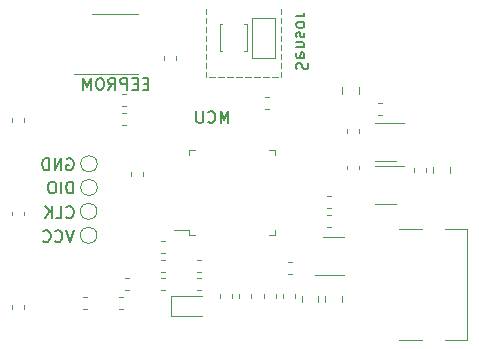
<source format=gbr>
G04 #@! TF.GenerationSoftware,KiCad,Pcbnew,(5.1.5)-2*
G04 #@! TF.CreationDate,2020-06-18T10:42:50+08:00*
G04 #@! TF.ProjectId,EVMeter_V2.0,45564d65-7465-4725-9f56-322e302e6b69,rev?*
G04 #@! TF.SameCoordinates,Original*
G04 #@! TF.FileFunction,Legend,Bot*
G04 #@! TF.FilePolarity,Positive*
%FSLAX46Y46*%
G04 Gerber Fmt 4.6, Leading zero omitted, Abs format (unit mm)*
G04 Created by KiCad (PCBNEW (5.1.5)-2) date 2020-06-18 10:42:50*
%MOMM*%
%LPD*%
G04 APERTURE LIST*
%ADD10C,0.150000*%
%ADD11C,0.120000*%
G04 APERTURE END LIST*
D10*
X129690642Y-69921380D02*
X129690642Y-68921380D01*
X129357309Y-69635666D01*
X129023976Y-68921380D01*
X129023976Y-69921380D01*
X127976357Y-69826142D02*
X128023976Y-69873761D01*
X128166833Y-69921380D01*
X128262071Y-69921380D01*
X128404928Y-69873761D01*
X128500166Y-69778523D01*
X128547785Y-69683285D01*
X128595404Y-69492809D01*
X128595404Y-69349952D01*
X128547785Y-69159476D01*
X128500166Y-69064238D01*
X128404928Y-68969000D01*
X128262071Y-68921380D01*
X128166833Y-68921380D01*
X128023976Y-68969000D01*
X127976357Y-69016619D01*
X127547785Y-68921380D02*
X127547785Y-69730904D01*
X127500166Y-69826142D01*
X127452547Y-69873761D01*
X127357309Y-69921380D01*
X127166833Y-69921380D01*
X127071595Y-69873761D01*
X127023976Y-69826142D01*
X126976357Y-69730904D01*
X126976357Y-68921380D01*
X122903904Y-66603571D02*
X122570571Y-66603571D01*
X122427714Y-67127380D02*
X122903904Y-67127380D01*
X122903904Y-66127380D01*
X122427714Y-66127380D01*
X121999142Y-66603571D02*
X121665809Y-66603571D01*
X121522952Y-67127380D02*
X121999142Y-67127380D01*
X121999142Y-66127380D01*
X121522952Y-66127380D01*
X121094380Y-67127380D02*
X121094380Y-66127380D01*
X120713428Y-66127380D01*
X120618190Y-66175000D01*
X120570571Y-66222619D01*
X120522952Y-66317857D01*
X120522952Y-66460714D01*
X120570571Y-66555952D01*
X120618190Y-66603571D01*
X120713428Y-66651190D01*
X121094380Y-66651190D01*
X119522952Y-67127380D02*
X119856285Y-66651190D01*
X120094380Y-67127380D02*
X120094380Y-66127380D01*
X119713428Y-66127380D01*
X119618190Y-66175000D01*
X119570571Y-66222619D01*
X119522952Y-66317857D01*
X119522952Y-66460714D01*
X119570571Y-66555952D01*
X119618190Y-66603571D01*
X119713428Y-66651190D01*
X120094380Y-66651190D01*
X118903904Y-66127380D02*
X118713428Y-66127380D01*
X118618190Y-66175000D01*
X118522952Y-66270238D01*
X118475333Y-66460714D01*
X118475333Y-66794047D01*
X118522952Y-66984523D01*
X118618190Y-67079761D01*
X118713428Y-67127380D01*
X118903904Y-67127380D01*
X118999142Y-67079761D01*
X119094380Y-66984523D01*
X119142000Y-66794047D01*
X119142000Y-66460714D01*
X119094380Y-66270238D01*
X118999142Y-66175000D01*
X118903904Y-66127380D01*
X118046761Y-67127380D02*
X118046761Y-66127380D01*
X117713428Y-66841666D01*
X117380095Y-66127380D01*
X117380095Y-67127380D01*
X116585833Y-79017880D02*
X116252500Y-80017880D01*
X115919166Y-79017880D01*
X115014404Y-79922642D02*
X115062023Y-79970261D01*
X115204880Y-80017880D01*
X115300119Y-80017880D01*
X115442976Y-79970261D01*
X115538214Y-79875023D01*
X115585833Y-79779785D01*
X115633452Y-79589309D01*
X115633452Y-79446452D01*
X115585833Y-79255976D01*
X115538214Y-79160738D01*
X115442976Y-79065500D01*
X115300119Y-79017880D01*
X115204880Y-79017880D01*
X115062023Y-79065500D01*
X115014404Y-79113119D01*
X114014404Y-79922642D02*
X114062023Y-79970261D01*
X114204880Y-80017880D01*
X114300119Y-80017880D01*
X114442976Y-79970261D01*
X114538214Y-79875023D01*
X114585833Y-79779785D01*
X114633452Y-79589309D01*
X114633452Y-79446452D01*
X114585833Y-79255976D01*
X114538214Y-79160738D01*
X114442976Y-79065500D01*
X114300119Y-79017880D01*
X114204880Y-79017880D01*
X114062023Y-79065500D01*
X114014404Y-79113119D01*
X115974738Y-77890642D02*
X116022357Y-77938261D01*
X116165214Y-77985880D01*
X116260452Y-77985880D01*
X116403309Y-77938261D01*
X116498547Y-77843023D01*
X116546166Y-77747785D01*
X116593785Y-77557309D01*
X116593785Y-77414452D01*
X116546166Y-77223976D01*
X116498547Y-77128738D01*
X116403309Y-77033500D01*
X116260452Y-76985880D01*
X116165214Y-76985880D01*
X116022357Y-77033500D01*
X115974738Y-77081119D01*
X115069976Y-77985880D02*
X115546166Y-77985880D01*
X115546166Y-76985880D01*
X114736642Y-77985880D02*
X114736642Y-76985880D01*
X114165214Y-77985880D02*
X114593785Y-77414452D01*
X114165214Y-76985880D02*
X114736642Y-77557309D01*
X116530309Y-75890380D02*
X116530309Y-74890380D01*
X116292214Y-74890380D01*
X116149357Y-74938000D01*
X116054119Y-75033238D01*
X116006500Y-75128476D01*
X115958880Y-75318952D01*
X115958880Y-75461809D01*
X116006500Y-75652285D01*
X116054119Y-75747523D01*
X116149357Y-75842761D01*
X116292214Y-75890380D01*
X116530309Y-75890380D01*
X115530309Y-75890380D02*
X115530309Y-74890380D01*
X114863642Y-74890380D02*
X114673166Y-74890380D01*
X114577928Y-74938000D01*
X114482690Y-75033238D01*
X114435071Y-75223714D01*
X114435071Y-75557047D01*
X114482690Y-75747523D01*
X114577928Y-75842761D01*
X114673166Y-75890380D01*
X114863642Y-75890380D01*
X114958880Y-75842761D01*
X115054119Y-75747523D01*
X115101738Y-75557047D01*
X115101738Y-75223714D01*
X115054119Y-75033238D01*
X114958880Y-74938000D01*
X114863642Y-74890380D01*
X116014404Y-72969500D02*
X116109642Y-72921880D01*
X116252500Y-72921880D01*
X116395357Y-72969500D01*
X116490595Y-73064738D01*
X116538214Y-73159976D01*
X116585833Y-73350452D01*
X116585833Y-73493309D01*
X116538214Y-73683785D01*
X116490595Y-73779023D01*
X116395357Y-73874261D01*
X116252500Y-73921880D01*
X116157261Y-73921880D01*
X116014404Y-73874261D01*
X115966785Y-73826642D01*
X115966785Y-73493309D01*
X116157261Y-73493309D01*
X115538214Y-73921880D02*
X115538214Y-72921880D01*
X114966785Y-73921880D01*
X114966785Y-72921880D01*
X114490595Y-73921880D02*
X114490595Y-72921880D01*
X114252500Y-72921880D01*
X114109642Y-72969500D01*
X114014404Y-73064738D01*
X113966785Y-73159976D01*
X113919166Y-73350452D01*
X113919166Y-73493309D01*
X113966785Y-73683785D01*
X114014404Y-73779023D01*
X114109642Y-73874261D01*
X114252500Y-73921880D01*
X114490595Y-73921880D01*
X135485238Y-65388833D02*
X135437619Y-65245976D01*
X135437619Y-65007880D01*
X135485238Y-64912642D01*
X135532857Y-64865023D01*
X135628095Y-64817404D01*
X135723333Y-64817404D01*
X135818571Y-64865023D01*
X135866190Y-64912642D01*
X135913809Y-65007880D01*
X135961428Y-65198357D01*
X136009047Y-65293595D01*
X136056666Y-65341214D01*
X136151904Y-65388833D01*
X136247142Y-65388833D01*
X136342380Y-65341214D01*
X136390000Y-65293595D01*
X136437619Y-65198357D01*
X136437619Y-64960261D01*
X136390000Y-64817404D01*
X135485238Y-64007880D02*
X135437619Y-64103119D01*
X135437619Y-64293595D01*
X135485238Y-64388833D01*
X135580476Y-64436452D01*
X135961428Y-64436452D01*
X136056666Y-64388833D01*
X136104285Y-64293595D01*
X136104285Y-64103119D01*
X136056666Y-64007880D01*
X135961428Y-63960261D01*
X135866190Y-63960261D01*
X135770952Y-64436452D01*
X136104285Y-63531690D02*
X135437619Y-63531690D01*
X136009047Y-63531690D02*
X136056666Y-63484071D01*
X136104285Y-63388833D01*
X136104285Y-63245976D01*
X136056666Y-63150738D01*
X135961428Y-63103119D01*
X135437619Y-63103119D01*
X135485238Y-62674547D02*
X135437619Y-62579309D01*
X135437619Y-62388833D01*
X135485238Y-62293595D01*
X135580476Y-62245976D01*
X135628095Y-62245976D01*
X135723333Y-62293595D01*
X135770952Y-62388833D01*
X135770952Y-62531690D01*
X135818571Y-62626928D01*
X135913809Y-62674547D01*
X135961428Y-62674547D01*
X136056666Y-62626928D01*
X136104285Y-62531690D01*
X136104285Y-62388833D01*
X136056666Y-62293595D01*
X135437619Y-61674547D02*
X135485238Y-61769785D01*
X135532857Y-61817404D01*
X135628095Y-61865023D01*
X135913809Y-61865023D01*
X136009047Y-61817404D01*
X136056666Y-61769785D01*
X136104285Y-61674547D01*
X136104285Y-61531690D01*
X136056666Y-61436452D01*
X136009047Y-61388833D01*
X135913809Y-61341214D01*
X135628095Y-61341214D01*
X135532857Y-61388833D01*
X135485238Y-61436452D01*
X135437619Y-61531690D01*
X135437619Y-61674547D01*
X135437619Y-60912642D02*
X136104285Y-60912642D01*
X135913809Y-60912642D02*
X136009047Y-60865023D01*
X136056666Y-60817404D01*
X136104285Y-60722166D01*
X136104285Y-60626928D01*
D11*
X127762000Y-60706000D02*
X127762000Y-60261500D01*
X127762000Y-61468000D02*
X127762000Y-61023500D01*
X127762000Y-62230000D02*
X127762000Y-61785500D01*
X127762000Y-62992000D02*
X127762000Y-62547500D01*
X127762000Y-63754000D02*
X127762000Y-63309500D01*
X127762000Y-64516000D02*
X127762000Y-64071500D01*
X127762000Y-65278000D02*
X127762000Y-64833500D01*
X127762000Y-66040000D02*
X127762000Y-65595500D01*
X128079500Y-66040000D02*
X128524000Y-66040000D01*
X128841500Y-66040000D02*
X129286000Y-66040000D01*
X129603500Y-66040000D02*
X130048000Y-66040000D01*
X130365500Y-66040000D02*
X130810000Y-66040000D01*
X131127500Y-66040000D02*
X131572000Y-66040000D01*
X131889500Y-66040000D02*
X132334000Y-66040000D01*
X132651500Y-66040000D02*
X133096000Y-66040000D01*
X133413500Y-66040000D02*
X133858000Y-66040000D01*
X134175500Y-66040000D02*
X134175500Y-65595500D01*
X134175500Y-64833500D02*
X134175500Y-65278000D01*
X134175500Y-64071500D02*
X134175500Y-64516000D01*
X134175500Y-63309500D02*
X134175500Y-63754000D01*
X134175500Y-62547500D02*
X134175500Y-62992000D01*
X134175500Y-61785500D02*
X134175500Y-62230000D01*
X134175500Y-61023500D02*
X134175500Y-61468000D01*
X134175500Y-60261500D02*
X134175500Y-60706000D01*
X139457000Y-82763000D02*
X137007000Y-82763000D01*
X137657000Y-79543000D02*
X139457000Y-79543000D01*
X118584000Y-73381000D02*
G75*
G03X118584000Y-73381000I-700000J0D01*
G01*
X118584000Y-75381000D02*
G75*
G03X118584000Y-75381000I-700000J0D01*
G01*
X118556000Y-77406500D02*
G75*
G03X118556000Y-77406500I-700000J0D01*
G01*
X118556000Y-79438500D02*
G75*
G03X118556000Y-79438500I-700000J0D01*
G01*
X124204000Y-64615279D02*
X124204000Y-64289721D01*
X125224000Y-64615279D02*
X125224000Y-64289721D01*
X145390000Y-74062779D02*
X145390000Y-73737221D01*
X146410000Y-74062779D02*
X146410000Y-73737221D01*
X111377000Y-69822279D02*
X111377000Y-69496721D01*
X112397000Y-69822279D02*
X112397000Y-69496721D01*
X139690000Y-70762779D02*
X139690000Y-70437221D01*
X140710000Y-70762779D02*
X140710000Y-70437221D01*
X146990000Y-74158578D02*
X146990000Y-73641422D01*
X148410000Y-74158578D02*
X148410000Y-73641422D01*
X112397000Y-77434221D02*
X112397000Y-77759779D01*
X111377000Y-77434221D02*
X111377000Y-77759779D01*
X142394721Y-68260500D02*
X142720279Y-68260500D01*
X142394721Y-69280500D02*
X142720279Y-69280500D01*
X112397000Y-85371721D02*
X112397000Y-85697279D01*
X111377000Y-85371721D02*
X111377000Y-85697279D01*
X130554000Y-84744779D02*
X130554000Y-84419221D01*
X131574000Y-84744779D02*
X131574000Y-84419221D01*
X117375721Y-84672500D02*
X117701279Y-84672500D01*
X117375721Y-85692500D02*
X117701279Y-85692500D01*
X120749279Y-85692500D02*
X120423721Y-85692500D01*
X120749279Y-84672500D02*
X120423721Y-84672500D01*
X135890000Y-85058578D02*
X135890000Y-84541422D01*
X137310000Y-85058578D02*
X137310000Y-84541422D01*
X137890000Y-85058578D02*
X137890000Y-84541422D01*
X139310000Y-85058578D02*
X139310000Y-84541422D01*
X122430000Y-74068721D02*
X122430000Y-74394279D01*
X121410000Y-74068721D02*
X121410000Y-74394279D01*
X124305279Y-80964500D02*
X123979721Y-80964500D01*
X124305279Y-79944500D02*
X123979721Y-79944500D01*
X120931721Y-83056000D02*
X121257279Y-83056000D01*
X120931721Y-84076000D02*
X121257279Y-84076000D01*
X133131779Y-68772500D02*
X132806221Y-68772500D01*
X133131779Y-67752500D02*
X132806221Y-67752500D01*
X123979721Y-83056000D02*
X124305279Y-83056000D01*
X123979721Y-84076000D02*
X124305279Y-84076000D01*
X124305279Y-82552000D02*
X123979721Y-82552000D01*
X124305279Y-81532000D02*
X123979721Y-81532000D01*
X134711221Y-81722500D02*
X135036779Y-81722500D01*
X134711221Y-82742500D02*
X135036779Y-82742500D01*
X139307500Y-67444252D02*
X139307500Y-66921748D01*
X140727500Y-67444252D02*
X140727500Y-66921748D01*
X149900000Y-78900000D02*
X149900000Y-88300000D01*
X144100000Y-88300000D02*
X146100000Y-88300000D01*
X148000000Y-88300000D02*
X149900000Y-88300000D01*
X144100000Y-78900000D02*
X146100000Y-78900000D01*
X148000000Y-78900000D02*
X149900000Y-78900000D01*
X138076721Y-76134500D02*
X138402279Y-76134500D01*
X138076721Y-77154500D02*
X138402279Y-77154500D01*
X138076721Y-77722000D02*
X138402279Y-77722000D01*
X138076721Y-78742000D02*
X138402279Y-78742000D01*
X140710000Y-73537221D02*
X140710000Y-73862779D01*
X139690000Y-73537221D02*
X139690000Y-73862779D01*
X120677721Y-67498500D02*
X121003279Y-67498500D01*
X120677721Y-68518500D02*
X121003279Y-68518500D01*
X120677721Y-69086000D02*
X121003279Y-69086000D01*
X120677721Y-70106000D02*
X121003279Y-70106000D01*
X133733000Y-84419221D02*
X133733000Y-84744779D01*
X132713000Y-84419221D02*
X132713000Y-84744779D01*
X127027721Y-81532000D02*
X127353279Y-81532000D01*
X127027721Y-82552000D02*
X127353279Y-82552000D01*
X130010000Y-84419221D02*
X130010000Y-84744779D01*
X128990000Y-84419221D02*
X128990000Y-84744779D01*
X127353279Y-84076000D02*
X127027721Y-84076000D01*
X127353279Y-83056000D02*
X127027721Y-83056000D01*
X134300500Y-84744779D02*
X134300500Y-84419221D01*
X135320500Y-84744779D02*
X135320500Y-84419221D01*
X131711700Y-61061600D02*
X131711700Y-64439800D01*
X131711700Y-64439800D02*
X133591300Y-64439800D01*
X133591300Y-64439800D02*
X133616700Y-64439800D01*
X133616700Y-64439800D02*
X133616700Y-61061600D01*
X133616700Y-61061600D02*
X131711700Y-61061600D01*
X131238000Y-61550500D02*
X131238000Y-63850500D01*
X131238000Y-61550500D02*
X131038000Y-61550500D01*
X131238000Y-63850500D02*
X131038000Y-63850500D01*
X128938000Y-61550500D02*
X129138000Y-61550500D01*
X128938000Y-63850500D02*
X128938000Y-61550500D01*
X128938000Y-63850500D02*
X129138000Y-63850500D01*
X142100000Y-73590000D02*
X144550000Y-73590000D01*
X143900000Y-76810000D02*
X142100000Y-76810000D01*
X142100000Y-69890000D02*
X144550000Y-69890000D01*
X143900000Y-73110000D02*
X142100000Y-73110000D01*
X126374500Y-78979000D02*
X125084500Y-78979000D01*
X126374500Y-79429000D02*
X126374500Y-78979000D01*
X126824500Y-79429000D02*
X126374500Y-79429000D01*
X133594500Y-79429000D02*
X133594500Y-78979000D01*
X133144500Y-79429000D02*
X133594500Y-79429000D01*
X126374500Y-72209000D02*
X126374500Y-72659000D01*
X126824500Y-72209000D02*
X126374500Y-72209000D01*
X133594500Y-72209000D02*
X133594500Y-72659000D01*
X133144500Y-72209000D02*
X133594500Y-72209000D01*
X120100000Y-65806000D02*
X116650000Y-65806000D01*
X120100000Y-65806000D02*
X122050000Y-65806000D01*
X120100000Y-60686000D02*
X118150000Y-60686000D01*
X120100000Y-60686000D02*
X122050000Y-60686000D01*
X124865000Y-86257500D02*
X127415000Y-86257500D01*
X124865000Y-84557500D02*
X127415000Y-84557500D01*
X124865000Y-86257500D02*
X124865000Y-84557500D01*
M02*

</source>
